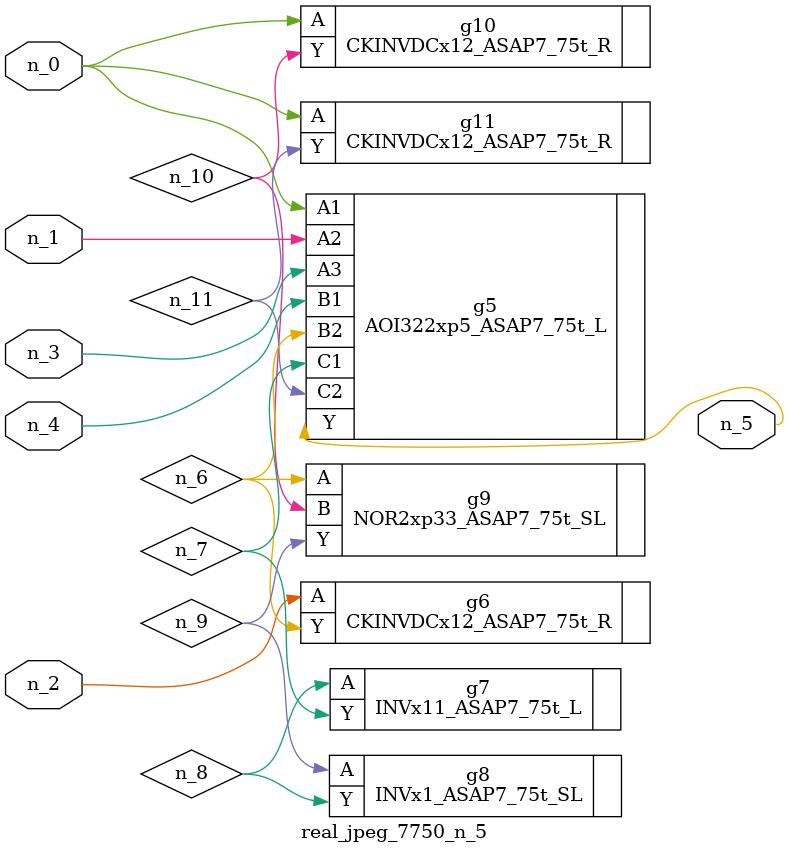
<source format=v>
module real_jpeg_7750_n_5 (n_4, n_0, n_1, n_2, n_3, n_5);

input n_4;
input n_0;
input n_1;
input n_2;
input n_3;

output n_5;

wire n_8;
wire n_11;
wire n_6;
wire n_7;
wire n_10;
wire n_9;

AOI322xp5_ASAP7_75t_L g5 ( 
.A1(n_0),
.A2(n_1),
.A3(n_3),
.B1(n_4),
.B2(n_6),
.C1(n_7),
.C2(n_11),
.Y(n_5)
);

CKINVDCx12_ASAP7_75t_R g10 ( 
.A(n_0),
.Y(n_10)
);

CKINVDCx12_ASAP7_75t_R g11 ( 
.A(n_0),
.Y(n_11)
);

CKINVDCx12_ASAP7_75t_R g6 ( 
.A(n_2),
.Y(n_6)
);

NOR2xp33_ASAP7_75t_SL g9 ( 
.A(n_6),
.B(n_10),
.Y(n_9)
);

INVx11_ASAP7_75t_L g7 ( 
.A(n_8),
.Y(n_7)
);

INVx1_ASAP7_75t_SL g8 ( 
.A(n_9),
.Y(n_8)
);


endmodule
</source>
